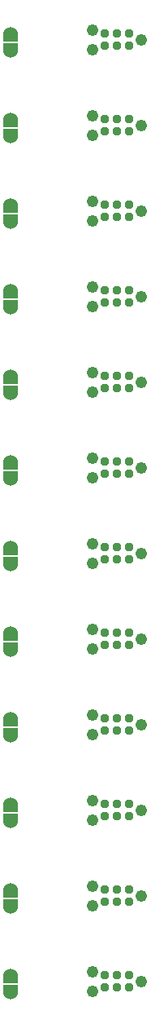
<source format=gbr>
G04 start of page 8 for group -4062 idx -4062 *
G04 Title: (unknown), soldermask *
G04 Creator: pcb 4.2.2 *
G04 CreationDate: Mon Feb 10 04:01:32 2025 UTC *
G04 For: petersen *
G04 Format: Gerber/RS-274X *
G04 PCB-Dimensions (mil): 3000.00 5500.00 *
G04 PCB-Coordinate-Origin: lower left *
%MOIN*%
%FSLAX25Y25*%
%LNBOTTOMMASK*%
%ADD49C,0.0001*%
%ADD48C,0.0600*%
%ADD47C,0.0370*%
%ADD46C,0.0490*%
G54D46*X152500Y362500D03*
Y327500D03*
Y292500D03*
Y257500D03*
X132500Y366500D03*
Y358500D03*
Y331500D03*
Y323500D03*
Y296500D03*
Y288500D03*
Y261500D03*
Y253500D03*
X152500Y432500D03*
X132500Y436500D03*
Y428500D03*
X152500Y397500D03*
X132500Y401500D03*
X152500Y467500D03*
X132500Y471500D03*
Y463500D03*
Y393500D03*
X152500Y222500D03*
Y187500D03*
Y152500D03*
Y117500D03*
X132500Y226500D03*
Y218500D03*
Y191500D03*
Y183500D03*
Y156500D03*
Y148500D03*
Y121500D03*
Y113500D03*
X152500Y82500D03*
X132500Y86500D03*
Y78500D03*
G54D47*X147500Y465000D03*
X142500D03*
X137500D03*
X147500Y470000D03*
X142500D03*
X137500D03*
G54D48*X99000Y469900D03*
G54D49*G36*
X96000D02*Y466900D01*
X102000D01*
Y469900D01*
X96000D01*
G37*
G54D48*X99000Y463100D03*
G54D49*G36*
X96000Y466100D02*Y463100D01*
X102000D01*
Y466100D01*
X96000D01*
G37*
G54D47*X147500Y430000D03*
Y435000D03*
X142500Y430000D03*
Y435000D03*
X137500Y430000D03*
Y435000D03*
G54D48*X99000Y434900D03*
G54D49*G36*
X96000D02*Y431900D01*
X102000D01*
Y434900D01*
X96000D01*
G37*
G54D48*X99000Y428100D03*
G54D49*G36*
X96000Y431100D02*Y428100D01*
X102000D01*
Y431100D01*
X96000D01*
G37*
G54D47*X147500Y395000D03*
X142500D03*
X137500D03*
X147500Y400000D03*
X142500D03*
X137500D03*
Y360000D03*
G54D49*G36*
X96000Y364900D02*Y361900D01*
X102000D01*
Y364900D01*
X96000D01*
G37*
G54D48*X99000Y393100D03*
Y399900D03*
G54D49*G36*
X96000D02*Y396900D01*
X102000D01*
Y399900D01*
X96000D01*
G37*
G36*
Y396100D02*Y393100D01*
X102000D01*
Y396100D01*
X96000D01*
G37*
G54D48*X99000Y364900D03*
G54D49*G36*
X96000Y361100D02*Y358100D01*
X102000D01*
Y361100D01*
X96000D01*
G37*
G54D48*X99000Y358100D03*
Y323100D03*
G54D49*G36*
X96000Y326100D02*Y323100D01*
X102000D01*
Y326100D01*
X96000D01*
G37*
G54D47*X147500Y360000D03*
Y295000D03*
Y365000D03*
X142500Y360000D03*
Y365000D03*
X137500D03*
X147500Y330000D03*
X142500D03*
X137500D03*
G54D48*X99000Y329900D03*
G54D49*G36*
X96000D02*Y326900D01*
X102000D01*
Y329900D01*
X96000D01*
G37*
G54D48*X99000Y294900D03*
G54D49*G36*
X96000D02*Y291900D01*
X102000D01*
Y294900D01*
X96000D01*
G37*
G54D47*X147500Y325000D03*
X142500D03*
X137500D03*
Y255000D03*
Y260000D03*
X147500Y290000D03*
Y255000D03*
Y260000D03*
G54D48*X99000Y84900D03*
G54D49*G36*
X96000D02*Y81900D01*
X102000D01*
Y84900D01*
X96000D01*
G37*
G54D47*X147500Y80000D03*
Y85000D03*
X142500Y80000D03*
Y85000D03*
X137500Y80000D03*
Y85000D03*
G54D48*X99000Y78100D03*
G54D49*G36*
X96000Y81100D02*Y78100D01*
X102000D01*
Y81100D01*
X96000D01*
G37*
G54D48*X99000Y288100D03*
G54D49*G36*
X96000Y291100D02*Y288100D01*
X102000D01*
Y291100D01*
X96000D01*
G37*
G54D48*X99000Y259900D03*
G54D49*G36*
X96000D02*Y256900D01*
X102000D01*
Y259900D01*
X96000D01*
G37*
G54D48*X99000Y253100D03*
G54D49*G36*
X96000Y256100D02*Y253100D01*
X102000D01*
Y256100D01*
X96000D01*
G37*
G54D47*X142500Y290000D03*
Y295000D03*
X137500Y290000D03*
Y295000D03*
X142500Y255000D03*
Y260000D03*
G54D48*X99000Y224900D03*
G54D49*G36*
X96000D02*Y221900D01*
X102000D01*
Y224900D01*
X96000D01*
G37*
G54D47*X142500Y220000D03*
Y225000D03*
X137500Y220000D03*
Y225000D03*
G54D48*X99000Y218100D03*
G54D49*G36*
X96000Y221100D02*Y218100D01*
X102000D01*
Y221100D01*
X96000D01*
G37*
G54D48*X99000Y183100D03*
Y189900D03*
G54D49*G36*
X96000D02*Y186900D01*
X102000D01*
Y189900D01*
X96000D01*
G37*
G36*
Y186100D02*Y183100D01*
X102000D01*
Y186100D01*
X96000D01*
G37*
G54D47*X142500Y185000D03*
Y190000D03*
X137500Y185000D03*
Y190000D03*
G54D48*X99000Y154900D03*
G54D49*G36*
X96000D02*Y151900D01*
X102000D01*
Y154900D01*
X96000D01*
G37*
G54D47*X147500Y220000D03*
Y225000D03*
Y185000D03*
Y190000D03*
Y115000D03*
Y120000D03*
Y150000D03*
Y155000D03*
X142500Y150000D03*
Y155000D03*
X137500Y150000D03*
Y155000D03*
X142500Y115000D03*
Y120000D03*
X137500Y115000D03*
Y120000D03*
G54D48*X99000Y119900D03*
G54D49*G36*
X96000D02*Y116900D01*
X102000D01*
Y119900D01*
X96000D01*
G37*
G54D48*X99000Y148100D03*
G54D49*G36*
X96000Y151100D02*Y148100D01*
X102000D01*
Y151100D01*
X96000D01*
G37*
G54D48*X99000Y113100D03*
G54D49*G36*
X96000Y116100D02*Y113100D01*
X102000D01*
Y116100D01*
X96000D01*
G37*
M02*

</source>
